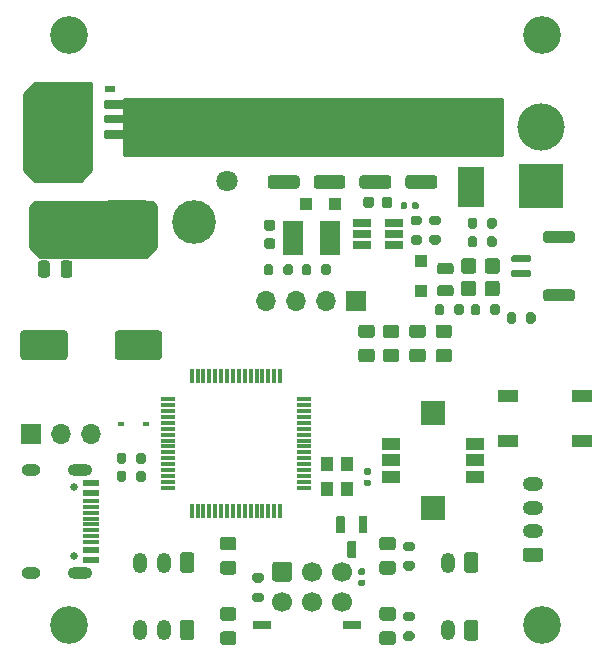
<source format=gbr>
G04 #@! TF.GenerationSoftware,KiCad,Pcbnew,5.1.9-73d0e3b20d~88~ubuntu20.04.1*
G04 #@! TF.CreationDate,2021-04-08T00:26:52+08:00*
G04 #@! TF.ProjectId,AbsoluteEncoderBoard,4162736f-6c75-4746-9545-6e636f646572,rev?*
G04 #@! TF.SameCoordinates,Original*
G04 #@! TF.FileFunction,Soldermask,Top*
G04 #@! TF.FilePolarity,Negative*
%FSLAX46Y46*%
G04 Gerber Fmt 4.6, Leading zero omitted, Abs format (unit mm)*
G04 Created by KiCad (PCBNEW 5.1.9-73d0e3b20d~88~ubuntu20.04.1) date 2021-04-08 00:26:52*
%MOMM*%
%LPD*%
G01*
G04 APERTURE LIST*
%ADD10C,3.200000*%
%ADD11R,1.600000X0.760000*%
%ADD12C,4.000000*%
%ADD13R,3.800000X3.800000*%
%ADD14C,1.700000*%
%ADD15R,0.600000X0.450000*%
%ADD16R,1.000000X1.000000*%
%ADD17R,1.560000X0.650000*%
%ADD18R,1.800000X2.900000*%
%ADD19R,2.300000X3.500000*%
%ADD20R,1.100000X1.300000*%
%ADD21R,0.300000X1.200000*%
%ADD22R,1.200000X0.300000*%
%ADD23R,1.500000X1.000000*%
%ADD24R,2.000000X2.000000*%
%ADD25R,1.700000X1.000000*%
%ADD26C,0.100000*%
%ADD27R,0.850000X0.500000*%
%ADD28O,1.200000X1.750000*%
%ADD29O,1.700000X1.700000*%
%ADD30R,1.700000X1.700000*%
%ADD31C,1.800000*%
%ADD32C,3.700000*%
%ADD33R,1.450000X0.600000*%
%ADD34R,1.450000X0.300000*%
%ADD35O,2.100000X1.000000*%
%ADD36C,0.650000*%
%ADD37O,1.600000X1.000000*%
%ADD38O,1.750000X1.200000*%
%ADD39C,0.254000*%
G04 APERTURE END LIST*
D10*
X170000000Y-90000000D03*
X130000000Y-90000000D03*
X170000000Y-40000000D03*
X130000000Y-40000000D03*
D11*
X146340000Y-90000000D03*
X153960000Y-90000000D03*
D12*
X169926000Y-47832000D03*
D13*
X169926000Y-52832000D03*
G36*
G01*
X147415240Y-84624600D02*
X148615240Y-84624600D01*
G75*
G02*
X148865240Y-84874600I0J-250000D01*
G01*
X148865240Y-86074600D01*
G75*
G02*
X148615240Y-86324600I-250000J0D01*
G01*
X147415240Y-86324600D01*
G75*
G02*
X147165240Y-86074600I0J250000D01*
G01*
X147165240Y-84874600D01*
G75*
G02*
X147415240Y-84624600I250000J0D01*
G01*
G37*
D14*
X150555240Y-85474600D03*
X153095240Y-85474600D03*
X148015240Y-88014600D03*
X150555240Y-88014600D03*
X153095240Y-88014600D03*
D15*
X134400000Y-73000000D03*
X136500000Y-73000000D03*
G36*
G01*
X155395000Y-77275000D02*
X155055000Y-77275000D01*
G75*
G02*
X154915000Y-77135000I0J140000D01*
G01*
X154915000Y-76855000D01*
G75*
G02*
X155055000Y-76715000I140000J0D01*
G01*
X155395000Y-76715000D01*
G75*
G02*
X155535000Y-76855000I0J-140000D01*
G01*
X155535000Y-77135000D01*
G75*
G02*
X155395000Y-77275000I-140000J0D01*
G01*
G37*
G36*
G01*
X155395000Y-78235000D02*
X155055000Y-78235000D01*
G75*
G02*
X154915000Y-78095000I0J140000D01*
G01*
X154915000Y-77815000D01*
G75*
G02*
X155055000Y-77675000I140000J0D01*
G01*
X155395000Y-77675000D01*
G75*
G02*
X155535000Y-77815000I0J-140000D01*
G01*
X155535000Y-78095000D01*
G75*
G02*
X155395000Y-78235000I-140000J0D01*
G01*
G37*
G36*
G01*
X159000000Y-54645000D02*
X159000000Y-54305000D01*
G75*
G02*
X159140000Y-54165000I140000J0D01*
G01*
X159420000Y-54165000D01*
G75*
G02*
X159560000Y-54305000I0J-140000D01*
G01*
X159560000Y-54645000D01*
G75*
G02*
X159420000Y-54785000I-140000J0D01*
G01*
X159140000Y-54785000D01*
G75*
G02*
X159000000Y-54645000I0J140000D01*
G01*
G37*
G36*
G01*
X158040000Y-54645000D02*
X158040000Y-54305000D01*
G75*
G02*
X158180000Y-54165000I140000J0D01*
G01*
X158460000Y-54165000D01*
G75*
G02*
X158600000Y-54305000I0J-140000D01*
G01*
X158600000Y-54645000D01*
G75*
G02*
X158460000Y-54785000I-140000J0D01*
G01*
X158180000Y-54785000D01*
G75*
G02*
X158040000Y-54645000I0J140000D01*
G01*
G37*
G36*
G01*
X154580000Y-86150000D02*
X154920000Y-86150000D01*
G75*
G02*
X155060000Y-86290000I0J-140000D01*
G01*
X155060000Y-86570000D01*
G75*
G02*
X154920000Y-86710000I-140000J0D01*
G01*
X154580000Y-86710000D01*
G75*
G02*
X154440000Y-86570000I0J140000D01*
G01*
X154440000Y-86290000D01*
G75*
G02*
X154580000Y-86150000I140000J0D01*
G01*
G37*
G36*
G01*
X154580000Y-85190000D02*
X154920000Y-85190000D01*
G75*
G02*
X155060000Y-85330000I0J-140000D01*
G01*
X155060000Y-85610000D01*
G75*
G02*
X154920000Y-85750000I-140000J0D01*
G01*
X154580000Y-85750000D01*
G75*
G02*
X154440000Y-85610000I0J140000D01*
G01*
X154440000Y-85330000D01*
G75*
G02*
X154580000Y-85190000I140000J0D01*
G01*
G37*
D16*
X159800000Y-59200000D03*
X159800000Y-61700000D03*
X150000000Y-54350000D03*
X152500000Y-54350000D03*
G36*
G01*
X172550000Y-57625000D02*
X170350000Y-57625000D01*
G75*
G02*
X170100000Y-57375000I0J250000D01*
G01*
X170100000Y-56875000D01*
G75*
G02*
X170350000Y-56625000I250000J0D01*
G01*
X172550000Y-56625000D01*
G75*
G02*
X172800000Y-56875000I0J-250000D01*
G01*
X172800000Y-57375000D01*
G75*
G02*
X172550000Y-57625000I-250000J0D01*
G01*
G37*
G36*
G01*
X172550000Y-62575000D02*
X170350000Y-62575000D01*
G75*
G02*
X170100000Y-62325000I0J250000D01*
G01*
X170100000Y-61825000D01*
G75*
G02*
X170350000Y-61575000I250000J0D01*
G01*
X172550000Y-61575000D01*
G75*
G02*
X172800000Y-61825000I0J-250000D01*
G01*
X172800000Y-62325000D01*
G75*
G02*
X172550000Y-62575000I-250000J0D01*
G01*
G37*
G36*
G01*
X168950000Y-59275000D02*
X167550000Y-59275000D01*
G75*
G02*
X167400000Y-59125000I0J150000D01*
G01*
X167400000Y-58825000D01*
G75*
G02*
X167550000Y-58675000I150000J0D01*
G01*
X168950000Y-58675000D01*
G75*
G02*
X169100000Y-58825000I0J-150000D01*
G01*
X169100000Y-59125000D01*
G75*
G02*
X168950000Y-59275000I-150000J0D01*
G01*
G37*
G36*
G01*
X168950000Y-60525000D02*
X167550000Y-60525000D01*
G75*
G02*
X167400000Y-60375000I0J150000D01*
G01*
X167400000Y-60075000D01*
G75*
G02*
X167550000Y-59925000I150000J0D01*
G01*
X168950000Y-59925000D01*
G75*
G02*
X169100000Y-60075000I0J-150000D01*
G01*
X169100000Y-60375000D01*
G75*
G02*
X168950000Y-60525000I-150000J0D01*
G01*
G37*
G36*
G01*
X164775000Y-63025000D02*
X164775000Y-63575000D01*
G75*
G02*
X164575000Y-63775000I-200000J0D01*
G01*
X164175000Y-63775000D01*
G75*
G02*
X163975000Y-63575000I0J200000D01*
G01*
X163975000Y-63025000D01*
G75*
G02*
X164175000Y-62825000I200000J0D01*
G01*
X164575000Y-62825000D01*
G75*
G02*
X164775000Y-63025000I0J-200000D01*
G01*
G37*
G36*
G01*
X166425000Y-63025000D02*
X166425000Y-63575000D01*
G75*
G02*
X166225000Y-63775000I-200000J0D01*
G01*
X165825000Y-63775000D01*
G75*
G02*
X165625000Y-63575000I0J200000D01*
G01*
X165625000Y-63025000D01*
G75*
G02*
X165825000Y-62825000I200000J0D01*
G01*
X166225000Y-62825000D01*
G75*
G02*
X166425000Y-63025000I0J-200000D01*
G01*
G37*
G36*
G01*
X166200001Y-60250000D02*
X165399999Y-60250000D01*
G75*
G02*
X165150000Y-60000001I0J249999D01*
G01*
X165150000Y-59174999D01*
G75*
G02*
X165399999Y-58925000I249999J0D01*
G01*
X166200001Y-58925000D01*
G75*
G02*
X166450000Y-59174999I0J-249999D01*
G01*
X166450000Y-60000001D01*
G75*
G02*
X166200001Y-60250000I-249999J0D01*
G01*
G37*
G36*
G01*
X166200001Y-62175000D02*
X165399999Y-62175000D01*
G75*
G02*
X165150000Y-61925001I0J249999D01*
G01*
X165150000Y-61099999D01*
G75*
G02*
X165399999Y-60850000I249999J0D01*
G01*
X166200001Y-60850000D01*
G75*
G02*
X166450000Y-61099999I0J-249999D01*
G01*
X166450000Y-61925001D01*
G75*
G02*
X166200001Y-62175000I-249999J0D01*
G01*
G37*
G36*
G01*
X162575000Y-63575000D02*
X162575000Y-63025000D01*
G75*
G02*
X162775000Y-62825000I200000J0D01*
G01*
X163175000Y-62825000D01*
G75*
G02*
X163375000Y-63025000I0J-200000D01*
G01*
X163375000Y-63575000D01*
G75*
G02*
X163175000Y-63775000I-200000J0D01*
G01*
X162775000Y-63775000D01*
G75*
G02*
X162575000Y-63575000I0J200000D01*
G01*
G37*
G36*
G01*
X160925000Y-63575000D02*
X160925000Y-63025000D01*
G75*
G02*
X161125000Y-62825000I200000J0D01*
G01*
X161525000Y-62825000D01*
G75*
G02*
X161725000Y-63025000I0J-200000D01*
G01*
X161725000Y-63575000D01*
G75*
G02*
X161525000Y-63775000I-200000J0D01*
G01*
X161125000Y-63775000D01*
G75*
G02*
X160925000Y-63575000I0J200000D01*
G01*
G37*
G36*
G01*
X164200001Y-60250000D02*
X163399999Y-60250000D01*
G75*
G02*
X163150000Y-60000001I0J249999D01*
G01*
X163150000Y-59174999D01*
G75*
G02*
X163399999Y-58925000I249999J0D01*
G01*
X164200001Y-58925000D01*
G75*
G02*
X164450000Y-59174999I0J-249999D01*
G01*
X164450000Y-60000001D01*
G75*
G02*
X164200001Y-60250000I-249999J0D01*
G01*
G37*
G36*
G01*
X164200001Y-62175000D02*
X163399999Y-62175000D01*
G75*
G02*
X163150000Y-61925001I0J249999D01*
G01*
X163150000Y-61099999D01*
G75*
G02*
X163399999Y-60850000I249999J0D01*
G01*
X164200001Y-60850000D01*
G75*
G02*
X164450000Y-61099999I0J-249999D01*
G01*
X164450000Y-61925001D01*
G75*
G02*
X164200001Y-62175000I-249999J0D01*
G01*
G37*
G36*
G01*
X133850000Y-67300000D02*
X133850000Y-65300000D01*
G75*
G02*
X134100000Y-65050000I250000J0D01*
G01*
X137600000Y-65050000D01*
G75*
G02*
X137850000Y-65300000I0J-250000D01*
G01*
X137850000Y-67300000D01*
G75*
G02*
X137600000Y-67550000I-250000J0D01*
G01*
X134100000Y-67550000D01*
G75*
G02*
X133850000Y-67300000I0J250000D01*
G01*
G37*
G36*
G01*
X125850000Y-67300000D02*
X125850000Y-65300000D01*
G75*
G02*
X126100000Y-65050000I250000J0D01*
G01*
X129600000Y-65050000D01*
G75*
G02*
X129850000Y-65300000I0J-250000D01*
G01*
X129850000Y-67300000D01*
G75*
G02*
X129600000Y-67550000I-250000J0D01*
G01*
X126100000Y-67550000D01*
G75*
G02*
X125850000Y-67300000I0J250000D01*
G01*
G37*
D17*
X154765840Y-56865480D03*
X154765840Y-57815480D03*
X154765840Y-55915480D03*
X157465840Y-55915480D03*
X157465840Y-56865480D03*
X157465840Y-57815480D03*
G36*
G01*
X159649660Y-56130600D02*
X159099660Y-56130600D01*
G75*
G02*
X158899660Y-55930600I0J200000D01*
G01*
X158899660Y-55530600D01*
G75*
G02*
X159099660Y-55330600I200000J0D01*
G01*
X159649660Y-55330600D01*
G75*
G02*
X159849660Y-55530600I0J-200000D01*
G01*
X159849660Y-55930600D01*
G75*
G02*
X159649660Y-56130600I-200000J0D01*
G01*
G37*
G36*
G01*
X159649660Y-57780600D02*
X159099660Y-57780600D01*
G75*
G02*
X158899660Y-57580600I0J200000D01*
G01*
X158899660Y-57180600D01*
G75*
G02*
X159099660Y-56980600I200000J0D01*
G01*
X159649660Y-56980600D01*
G75*
G02*
X159849660Y-57180600I0J-200000D01*
G01*
X159849660Y-57580600D01*
G75*
G02*
X159649660Y-57780600I-200000J0D01*
G01*
G37*
G36*
G01*
X160675000Y-56975000D02*
X161225000Y-56975000D01*
G75*
G02*
X161425000Y-57175000I0J-200000D01*
G01*
X161425000Y-57575000D01*
G75*
G02*
X161225000Y-57775000I-200000J0D01*
G01*
X160675000Y-57775000D01*
G75*
G02*
X160475000Y-57575000I0J200000D01*
G01*
X160475000Y-57175000D01*
G75*
G02*
X160675000Y-56975000I200000J0D01*
G01*
G37*
G36*
G01*
X160675000Y-55325000D02*
X161225000Y-55325000D01*
G75*
G02*
X161425000Y-55525000I0J-200000D01*
G01*
X161425000Y-55925000D01*
G75*
G02*
X161225000Y-56125000I-200000J0D01*
G01*
X160675000Y-56125000D01*
G75*
G02*
X160475000Y-55925000I0J200000D01*
G01*
X160475000Y-55525000D01*
G75*
G02*
X160675000Y-55325000I200000J0D01*
G01*
G37*
G36*
G01*
X165365800Y-57819600D02*
X165365800Y-57269600D01*
G75*
G02*
X165565800Y-57069600I200000J0D01*
G01*
X165965800Y-57069600D01*
G75*
G02*
X166165800Y-57269600I0J-200000D01*
G01*
X166165800Y-57819600D01*
G75*
G02*
X165965800Y-58019600I-200000J0D01*
G01*
X165565800Y-58019600D01*
G75*
G02*
X165365800Y-57819600I0J200000D01*
G01*
G37*
G36*
G01*
X163715800Y-57819600D02*
X163715800Y-57269600D01*
G75*
G02*
X163915800Y-57069600I200000J0D01*
G01*
X164315800Y-57069600D01*
G75*
G02*
X164515800Y-57269600I0J-200000D01*
G01*
X164515800Y-57819600D01*
G75*
G02*
X164315800Y-58019600I-200000J0D01*
G01*
X163915800Y-58019600D01*
G75*
G02*
X163715800Y-57819600I0J200000D01*
G01*
G37*
G36*
G01*
X165365800Y-56244800D02*
X165365800Y-55694800D01*
G75*
G02*
X165565800Y-55494800I200000J0D01*
G01*
X165965800Y-55494800D01*
G75*
G02*
X166165800Y-55694800I0J-200000D01*
G01*
X166165800Y-56244800D01*
G75*
G02*
X165965800Y-56444800I-200000J0D01*
G01*
X165565800Y-56444800D01*
G75*
G02*
X165365800Y-56244800I0J200000D01*
G01*
G37*
G36*
G01*
X163715800Y-56244800D02*
X163715800Y-55694800D01*
G75*
G02*
X163915800Y-55494800I200000J0D01*
G01*
X164315800Y-55494800D01*
G75*
G02*
X164515800Y-55694800I0J-200000D01*
G01*
X164515800Y-56244800D01*
G75*
G02*
X164315800Y-56444800I-200000J0D01*
G01*
X163915800Y-56444800D01*
G75*
G02*
X163715800Y-56244800I0J200000D01*
G01*
G37*
D18*
X148904700Y-57239860D03*
X152104700Y-57239860D03*
D19*
X164000000Y-52900000D03*
X164000000Y-47500000D03*
G36*
G01*
X146703780Y-57247360D02*
X147203780Y-57247360D01*
G75*
G02*
X147428780Y-57472360I0J-225000D01*
G01*
X147428780Y-57922360D01*
G75*
G02*
X147203780Y-58147360I-225000J0D01*
G01*
X146703780Y-58147360D01*
G75*
G02*
X146478780Y-57922360I0J225000D01*
G01*
X146478780Y-57472360D01*
G75*
G02*
X146703780Y-57247360I225000J0D01*
G01*
G37*
G36*
G01*
X146703780Y-55697360D02*
X147203780Y-55697360D01*
G75*
G02*
X147428780Y-55922360I0J-225000D01*
G01*
X147428780Y-56372360D01*
G75*
G02*
X147203780Y-56597360I-225000J0D01*
G01*
X146703780Y-56597360D01*
G75*
G02*
X146478780Y-56372360I0J225000D01*
G01*
X146478780Y-55922360D01*
G75*
G02*
X146703780Y-55697360I225000J0D01*
G01*
G37*
G36*
G01*
X156440840Y-54456100D02*
X156440840Y-53956100D01*
G75*
G02*
X156665840Y-53731100I225000J0D01*
G01*
X157115840Y-53731100D01*
G75*
G02*
X157340840Y-53956100I0J-225000D01*
G01*
X157340840Y-54456100D01*
G75*
G02*
X157115840Y-54681100I-225000J0D01*
G01*
X156665840Y-54681100D01*
G75*
G02*
X156440840Y-54456100I0J225000D01*
G01*
G37*
G36*
G01*
X154890840Y-54456100D02*
X154890840Y-53956100D01*
G75*
G02*
X155115840Y-53731100I225000J0D01*
G01*
X155565840Y-53731100D01*
G75*
G02*
X155790840Y-53956100I0J-225000D01*
G01*
X155790840Y-54456100D01*
G75*
G02*
X155565840Y-54681100I-225000J0D01*
G01*
X155115840Y-54681100D01*
G75*
G02*
X154890840Y-54456100I0J225000D01*
G01*
G37*
G36*
G01*
X158699999Y-51900000D02*
X160900001Y-51900000D01*
G75*
G02*
X161150000Y-52149999I0J-249999D01*
G01*
X161150000Y-52800001D01*
G75*
G02*
X160900001Y-53050000I-249999J0D01*
G01*
X158699999Y-53050000D01*
G75*
G02*
X158450000Y-52800001I0J249999D01*
G01*
X158450000Y-52149999D01*
G75*
G02*
X158699999Y-51900000I249999J0D01*
G01*
G37*
G36*
G01*
X158699999Y-48950000D02*
X160900001Y-48950000D01*
G75*
G02*
X161150000Y-49199999I0J-249999D01*
G01*
X161150000Y-49850001D01*
G75*
G02*
X160900001Y-50100000I-249999J0D01*
G01*
X158699999Y-50100000D01*
G75*
G02*
X158450000Y-49850001I0J249999D01*
G01*
X158450000Y-49199999D01*
G75*
G02*
X158699999Y-48950000I249999J0D01*
G01*
G37*
G36*
G01*
X154812499Y-51900000D02*
X157012501Y-51900000D01*
G75*
G02*
X157262500Y-52149999I0J-249999D01*
G01*
X157262500Y-52800001D01*
G75*
G02*
X157012501Y-53050000I-249999J0D01*
G01*
X154812499Y-53050000D01*
G75*
G02*
X154562500Y-52800001I0J249999D01*
G01*
X154562500Y-52149999D01*
G75*
G02*
X154812499Y-51900000I249999J0D01*
G01*
G37*
G36*
G01*
X154812499Y-48950000D02*
X157012501Y-48950000D01*
G75*
G02*
X157262500Y-49199999I0J-249999D01*
G01*
X157262500Y-49850001D01*
G75*
G02*
X157012501Y-50100000I-249999J0D01*
G01*
X154812499Y-50100000D01*
G75*
G02*
X154562500Y-49850001I0J249999D01*
G01*
X154562500Y-49199999D01*
G75*
G02*
X154812499Y-48950000I249999J0D01*
G01*
G37*
G36*
G01*
X150924999Y-51900000D02*
X153125001Y-51900000D01*
G75*
G02*
X153375000Y-52149999I0J-249999D01*
G01*
X153375000Y-52800001D01*
G75*
G02*
X153125001Y-53050000I-249999J0D01*
G01*
X150924999Y-53050000D01*
G75*
G02*
X150675000Y-52800001I0J249999D01*
G01*
X150675000Y-52149999D01*
G75*
G02*
X150924999Y-51900000I249999J0D01*
G01*
G37*
G36*
G01*
X150924999Y-48950000D02*
X153125001Y-48950000D01*
G75*
G02*
X153375000Y-49199999I0J-249999D01*
G01*
X153375000Y-49850001D01*
G75*
G02*
X153125001Y-50100000I-249999J0D01*
G01*
X150924999Y-50100000D01*
G75*
G02*
X150675000Y-49850001I0J249999D01*
G01*
X150675000Y-49199999D01*
G75*
G02*
X150924999Y-48950000I249999J0D01*
G01*
G37*
D20*
X151825000Y-78475000D03*
X151825000Y-76375000D03*
X153475000Y-76375000D03*
X153475000Y-78475000D03*
D21*
X147850000Y-80375000D03*
X147350000Y-80375000D03*
X146850000Y-80375000D03*
X146350000Y-80375000D03*
X145850000Y-80375000D03*
X145350000Y-80375000D03*
X144850000Y-80375000D03*
X144350000Y-80375000D03*
X143850000Y-80375000D03*
X143350000Y-80375000D03*
X142850000Y-80375000D03*
X142350000Y-80375000D03*
X141850000Y-80375000D03*
X141350000Y-80375000D03*
X140850000Y-80375000D03*
X140350000Y-80375000D03*
D22*
X138350000Y-78375000D03*
X138350000Y-77875000D03*
X138350000Y-77375000D03*
X138350000Y-76875000D03*
X138350000Y-76375000D03*
X138350000Y-75875000D03*
X138350000Y-75375000D03*
X138350000Y-74875000D03*
X138350000Y-74375000D03*
X138350000Y-73875000D03*
X138350000Y-73375000D03*
X138350000Y-72875000D03*
X138350000Y-72375000D03*
X138350000Y-71875000D03*
X138350000Y-71375000D03*
X138350000Y-70875000D03*
D21*
X140350000Y-68875000D03*
X140850000Y-68875000D03*
X141350000Y-68875000D03*
X141850000Y-68875000D03*
X142350000Y-68875000D03*
X142850000Y-68875000D03*
X143350000Y-68875000D03*
X143850000Y-68875000D03*
X144350000Y-68875000D03*
X144850000Y-68875000D03*
X145350000Y-68875000D03*
X145850000Y-68875000D03*
X146350000Y-68875000D03*
X146850000Y-68875000D03*
X147350000Y-68875000D03*
D22*
X149850000Y-70875000D03*
X149850000Y-71375000D03*
X149850000Y-71875000D03*
X149850000Y-72375000D03*
X149850000Y-72875000D03*
X149850000Y-73375000D03*
X149850000Y-73875000D03*
X149850000Y-74375000D03*
X149850000Y-74875000D03*
X149850000Y-75375000D03*
X149850000Y-75875000D03*
X149850000Y-76375000D03*
X149850000Y-76875000D03*
X149850000Y-77375000D03*
X149850000Y-77875000D03*
X149850000Y-78375000D03*
D21*
X147850000Y-68875000D03*
D23*
X164375000Y-74625000D03*
X164375000Y-77475000D03*
X157225000Y-77475000D03*
X157225000Y-74625000D03*
X164375000Y-76050000D03*
X157225000Y-76050000D03*
D24*
X160800000Y-80100000D03*
X160800000Y-72000000D03*
D25*
X167110000Y-70590000D03*
X173410000Y-70590000D03*
X167110000Y-74390000D03*
X173410000Y-74390000D03*
G36*
G01*
X159025000Y-89677500D02*
X158475000Y-89677500D01*
G75*
G02*
X158275000Y-89477500I0J200000D01*
G01*
X158275000Y-89077500D01*
G75*
G02*
X158475000Y-88877500I200000J0D01*
G01*
X159025000Y-88877500D01*
G75*
G02*
X159225000Y-89077500I0J-200000D01*
G01*
X159225000Y-89477500D01*
G75*
G02*
X159025000Y-89677500I-200000J0D01*
G01*
G37*
G36*
G01*
X159025000Y-91327500D02*
X158475000Y-91327500D01*
G75*
G02*
X158275000Y-91127500I0J200000D01*
G01*
X158275000Y-90727500D01*
G75*
G02*
X158475000Y-90527500I200000J0D01*
G01*
X159025000Y-90527500D01*
G75*
G02*
X159225000Y-90727500I0J-200000D01*
G01*
X159225000Y-91127500D01*
G75*
G02*
X159025000Y-91327500I-200000J0D01*
G01*
G37*
G36*
G01*
X159025000Y-83725000D02*
X158475000Y-83725000D01*
G75*
G02*
X158275000Y-83525000I0J200000D01*
G01*
X158275000Y-83125000D01*
G75*
G02*
X158475000Y-82925000I200000J0D01*
G01*
X159025000Y-82925000D01*
G75*
G02*
X159225000Y-83125000I0J-200000D01*
G01*
X159225000Y-83525000D01*
G75*
G02*
X159025000Y-83725000I-200000J0D01*
G01*
G37*
G36*
G01*
X159025000Y-85375000D02*
X158475000Y-85375000D01*
G75*
G02*
X158275000Y-85175000I0J200000D01*
G01*
X158275000Y-84775000D01*
G75*
G02*
X158475000Y-84575000I200000J0D01*
G01*
X159025000Y-84575000D01*
G75*
G02*
X159225000Y-84775000I0J-200000D01*
G01*
X159225000Y-85175000D01*
G75*
G02*
X159025000Y-85375000I-200000J0D01*
G01*
G37*
G36*
G01*
X148125000Y-60195000D02*
X148125000Y-59645000D01*
G75*
G02*
X148325000Y-59445000I200000J0D01*
G01*
X148725000Y-59445000D01*
G75*
G02*
X148925000Y-59645000I0J-200000D01*
G01*
X148925000Y-60195000D01*
G75*
G02*
X148725000Y-60395000I-200000J0D01*
G01*
X148325000Y-60395000D01*
G75*
G02*
X148125000Y-60195000I0J200000D01*
G01*
G37*
G36*
G01*
X146475000Y-60195000D02*
X146475000Y-59645000D01*
G75*
G02*
X146675000Y-59445000I200000J0D01*
G01*
X147075000Y-59445000D01*
G75*
G02*
X147275000Y-59645000I0J-200000D01*
G01*
X147275000Y-60195000D01*
G75*
G02*
X147075000Y-60395000I-200000J0D01*
G01*
X146675000Y-60395000D01*
G75*
G02*
X146475000Y-60195000I0J200000D01*
G01*
G37*
G36*
G01*
X150475000Y-59645000D02*
X150475000Y-60195000D01*
G75*
G02*
X150275000Y-60395000I-200000J0D01*
G01*
X149875000Y-60395000D01*
G75*
G02*
X149675000Y-60195000I0J200000D01*
G01*
X149675000Y-59645000D01*
G75*
G02*
X149875000Y-59445000I200000J0D01*
G01*
X150275000Y-59445000D01*
G75*
G02*
X150475000Y-59645000I0J-200000D01*
G01*
G37*
G36*
G01*
X152125000Y-59645000D02*
X152125000Y-60195000D01*
G75*
G02*
X151925000Y-60395000I-200000J0D01*
G01*
X151525000Y-60395000D01*
G75*
G02*
X151325000Y-60195000I0J200000D01*
G01*
X151325000Y-59645000D01*
G75*
G02*
X151525000Y-59445000I200000J0D01*
G01*
X151925000Y-59445000D01*
G75*
G02*
X152125000Y-59645000I0J-200000D01*
G01*
G37*
G36*
G01*
X134825000Y-77125000D02*
X134825000Y-77675000D01*
G75*
G02*
X134625000Y-77875000I-200000J0D01*
G01*
X134225000Y-77875000D01*
G75*
G02*
X134025000Y-77675000I0J200000D01*
G01*
X134025000Y-77125000D01*
G75*
G02*
X134225000Y-76925000I200000J0D01*
G01*
X134625000Y-76925000D01*
G75*
G02*
X134825000Y-77125000I0J-200000D01*
G01*
G37*
G36*
G01*
X136475000Y-77125000D02*
X136475000Y-77675000D01*
G75*
G02*
X136275000Y-77875000I-200000J0D01*
G01*
X135875000Y-77875000D01*
G75*
G02*
X135675000Y-77675000I0J200000D01*
G01*
X135675000Y-77125000D01*
G75*
G02*
X135875000Y-76925000I200000J0D01*
G01*
X136275000Y-76925000D01*
G75*
G02*
X136475000Y-77125000I0J-200000D01*
G01*
G37*
G36*
G01*
X134825000Y-75600000D02*
X134825000Y-76150000D01*
G75*
G02*
X134625000Y-76350000I-200000J0D01*
G01*
X134225000Y-76350000D01*
G75*
G02*
X134025000Y-76150000I0J200000D01*
G01*
X134025000Y-75600000D01*
G75*
G02*
X134225000Y-75400000I200000J0D01*
G01*
X134625000Y-75400000D01*
G75*
G02*
X134825000Y-75600000I0J-200000D01*
G01*
G37*
G36*
G01*
X136475000Y-75600000D02*
X136475000Y-76150000D01*
G75*
G02*
X136275000Y-76350000I-200000J0D01*
G01*
X135875000Y-76350000D01*
G75*
G02*
X135675000Y-76150000I0J200000D01*
G01*
X135675000Y-75600000D01*
G75*
G02*
X135875000Y-75400000I200000J0D01*
G01*
X136275000Y-75400000D01*
G75*
G02*
X136475000Y-75600000I0J-200000D01*
G01*
G37*
G36*
G01*
X167825000Y-63725000D02*
X167825000Y-64275000D01*
G75*
G02*
X167625000Y-64475000I-200000J0D01*
G01*
X167225000Y-64475000D01*
G75*
G02*
X167025000Y-64275000I0J200000D01*
G01*
X167025000Y-63725000D01*
G75*
G02*
X167225000Y-63525000I200000J0D01*
G01*
X167625000Y-63525000D01*
G75*
G02*
X167825000Y-63725000I0J-200000D01*
G01*
G37*
G36*
G01*
X169475000Y-63725000D02*
X169475000Y-64275000D01*
G75*
G02*
X169275000Y-64475000I-200000J0D01*
G01*
X168875000Y-64475000D01*
G75*
G02*
X168675000Y-64275000I0J200000D01*
G01*
X168675000Y-63725000D01*
G75*
G02*
X168875000Y-63525000I200000J0D01*
G01*
X169275000Y-63525000D01*
G75*
G02*
X169475000Y-63725000I0J-200000D01*
G01*
G37*
G36*
G01*
X145700000Y-87250000D02*
X146250000Y-87250000D01*
G75*
G02*
X146450000Y-87450000I0J-200000D01*
G01*
X146450000Y-87850000D01*
G75*
G02*
X146250000Y-88050000I-200000J0D01*
G01*
X145700000Y-88050000D01*
G75*
G02*
X145500000Y-87850000I0J200000D01*
G01*
X145500000Y-87450000D01*
G75*
G02*
X145700000Y-87250000I200000J0D01*
G01*
G37*
G36*
G01*
X145700000Y-85600000D02*
X146250000Y-85600000D01*
G75*
G02*
X146450000Y-85800000I0J-200000D01*
G01*
X146450000Y-86200000D01*
G75*
G02*
X146250000Y-86400000I-200000J0D01*
G01*
X145700000Y-86400000D01*
G75*
G02*
X145500000Y-86200000I0J200000D01*
G01*
X145500000Y-85800000D01*
G75*
G02*
X145700000Y-85600000I200000J0D01*
G01*
G37*
G36*
G01*
X130279201Y-51142400D02*
X127429199Y-51142400D01*
G75*
G02*
X127179200Y-50892401I0J249999D01*
G01*
X127179200Y-50167399D01*
G75*
G02*
X127429199Y-49917400I249999J0D01*
G01*
X130279201Y-49917400D01*
G75*
G02*
X130529200Y-50167399I0J-249999D01*
G01*
X130529200Y-50892401D01*
G75*
G02*
X130279201Y-51142400I-249999J0D01*
G01*
G37*
G36*
G01*
X130279201Y-57067400D02*
X127429199Y-57067400D01*
G75*
G02*
X127179200Y-56817401I0J249999D01*
G01*
X127179200Y-56092399D01*
G75*
G02*
X127429199Y-55842400I249999J0D01*
G01*
X130279201Y-55842400D01*
G75*
G02*
X130529200Y-56092399I0J-249999D01*
G01*
X130529200Y-56817401D01*
G75*
G02*
X130279201Y-57067400I-249999J0D01*
G01*
G37*
D26*
G36*
X127175000Y-48105000D02*
G01*
X127975000Y-48105000D01*
X127975000Y-47435000D01*
X127175000Y-47435000D01*
X127175000Y-46835000D01*
X127975000Y-46835000D01*
X127975000Y-46165000D01*
X127175000Y-46165000D01*
X127175000Y-45565000D01*
X127975000Y-45565000D01*
X127975000Y-44895000D01*
X127175000Y-44895000D01*
X127175000Y-44295000D01*
X131725000Y-44295000D01*
X131725000Y-48705000D01*
X127175000Y-48705000D01*
X127175000Y-48105000D01*
G37*
D27*
X133400000Y-44595000D03*
X133400000Y-45865000D03*
X133400000Y-47135000D03*
X133400000Y-48405000D03*
D28*
X162025000Y-90437400D03*
G36*
G01*
X164625000Y-89812399D02*
X164625000Y-91062401D01*
G75*
G02*
X164375001Y-91312400I-249999J0D01*
G01*
X163674999Y-91312400D01*
G75*
G02*
X163425000Y-91062401I0J249999D01*
G01*
X163425000Y-89812399D01*
G75*
G02*
X163674999Y-89562400I249999J0D01*
G01*
X164375001Y-89562400D01*
G75*
G02*
X164625000Y-89812399I0J-249999D01*
G01*
G37*
X162025000Y-84700000D03*
G36*
G01*
X164625000Y-84074999D02*
X164625000Y-85325001D01*
G75*
G02*
X164375001Y-85575000I-249999J0D01*
G01*
X163674999Y-85575000D01*
G75*
G02*
X163425000Y-85325001I0J249999D01*
G01*
X163425000Y-84074999D01*
G75*
G02*
X163674999Y-83825000I249999J0D01*
G01*
X164375001Y-83825000D01*
G75*
G02*
X164625000Y-84074999I0J-249999D01*
G01*
G37*
X135975000Y-90400000D03*
X137975000Y-90400000D03*
G36*
G01*
X140575000Y-89774999D02*
X140575000Y-91025001D01*
G75*
G02*
X140325001Y-91275000I-249999J0D01*
G01*
X139624999Y-91275000D01*
G75*
G02*
X139375000Y-91025001I0J249999D01*
G01*
X139375000Y-89774999D01*
G75*
G02*
X139624999Y-89525000I249999J0D01*
G01*
X140325001Y-89525000D01*
G75*
G02*
X140575000Y-89774999I0J-249999D01*
G01*
G37*
X135975000Y-84700000D03*
X137975000Y-84700000D03*
G36*
G01*
X140575000Y-84074999D02*
X140575000Y-85325001D01*
G75*
G02*
X140325001Y-85575000I-249999J0D01*
G01*
X139624999Y-85575000D01*
G75*
G02*
X139375000Y-85325001I0J249999D01*
G01*
X139375000Y-84074999D01*
G75*
G02*
X139624999Y-83825000I249999J0D01*
G01*
X140325001Y-83825000D01*
G75*
G02*
X140575000Y-84074999I0J-249999D01*
G01*
G37*
D29*
X131840000Y-73850000D03*
X129300000Y-73850000D03*
D30*
X126760000Y-73850000D03*
D31*
X143344000Y-52400000D03*
D32*
X140574000Y-55880000D03*
G36*
G01*
X136474000Y-57730000D02*
X133274000Y-57730000D01*
G75*
G02*
X133024000Y-57480000I0J250000D01*
G01*
X133024000Y-54280000D01*
G75*
G02*
X133274000Y-54030000I250000J0D01*
G01*
X136474000Y-54030000D01*
G75*
G02*
X136724000Y-54280000I0J-250000D01*
G01*
X136724000Y-57480000D01*
G75*
G02*
X136474000Y-57730000I-250000J0D01*
G01*
G37*
D33*
X131845000Y-84475000D03*
X131845000Y-83675000D03*
X131845000Y-78775000D03*
X131845000Y-77975000D03*
X131845000Y-77975000D03*
X131845000Y-78775000D03*
X131845000Y-83675000D03*
X131845000Y-84475000D03*
D34*
X131845000Y-79475000D03*
X131845000Y-79975000D03*
X131845000Y-80475000D03*
X131845000Y-81475000D03*
X131845000Y-81975000D03*
X131845000Y-82475000D03*
X131845000Y-82975000D03*
X131845000Y-80975000D03*
D35*
X130930000Y-85545000D03*
X130930000Y-76905000D03*
D36*
X130400000Y-78335000D03*
D37*
X126750000Y-76905000D03*
D36*
X130400000Y-84115000D03*
D37*
X126750000Y-85545000D03*
D38*
X169250000Y-78050000D03*
X169250000Y-80050000D03*
X169250000Y-82050000D03*
G36*
G01*
X169875001Y-84650000D02*
X168624999Y-84650000D01*
G75*
G02*
X168375000Y-84400001I0J249999D01*
G01*
X168375000Y-83699999D01*
G75*
G02*
X168624999Y-83450000I249999J0D01*
G01*
X169875001Y-83450000D01*
G75*
G02*
X170125000Y-83699999I0J-249999D01*
G01*
X170125000Y-84400001D01*
G75*
G02*
X169875001Y-84650000I-249999J0D01*
G01*
G37*
D29*
X146690000Y-62530000D03*
X149230000Y-62530000D03*
X151770000Y-62530000D03*
D30*
X154310000Y-62530000D03*
G36*
G01*
X161372050Y-61199140D02*
X162284550Y-61199140D01*
G75*
G02*
X162528300Y-61442890I0J-243750D01*
G01*
X162528300Y-61930390D01*
G75*
G02*
X162284550Y-62174140I-243750J0D01*
G01*
X161372050Y-62174140D01*
G75*
G02*
X161128300Y-61930390I0J243750D01*
G01*
X161128300Y-61442890D01*
G75*
G02*
X161372050Y-61199140I243750J0D01*
G01*
G37*
G36*
G01*
X161372050Y-59324140D02*
X162284550Y-59324140D01*
G75*
G02*
X162528300Y-59567890I0J-243750D01*
G01*
X162528300Y-60055390D01*
G75*
G02*
X162284550Y-60299140I-243750J0D01*
G01*
X161372050Y-60299140D01*
G75*
G02*
X161128300Y-60055390I0J243750D01*
G01*
X161128300Y-59567890D01*
G75*
G02*
X161372050Y-59324140I243750J0D01*
G01*
G37*
G36*
G01*
X157390001Y-89630000D02*
X156489999Y-89630000D01*
G75*
G02*
X156240000Y-89380001I0J249999D01*
G01*
X156240000Y-88729999D01*
G75*
G02*
X156489999Y-88480000I249999J0D01*
G01*
X157390001Y-88480000D01*
G75*
G02*
X157640000Y-88729999I0J-249999D01*
G01*
X157640000Y-89380001D01*
G75*
G02*
X157390001Y-89630000I-249999J0D01*
G01*
G37*
G36*
G01*
X157390001Y-91680000D02*
X156489999Y-91680000D01*
G75*
G02*
X156240000Y-91430001I0J249999D01*
G01*
X156240000Y-90779999D01*
G75*
G02*
X156489999Y-90530000I249999J0D01*
G01*
X157390001Y-90530000D01*
G75*
G02*
X157640000Y-90779999I0J-249999D01*
G01*
X157640000Y-91430001D01*
G75*
G02*
X157390001Y-91680000I-249999J0D01*
G01*
G37*
G36*
G01*
X157390001Y-83677500D02*
X156489999Y-83677500D01*
G75*
G02*
X156240000Y-83427501I0J249999D01*
G01*
X156240000Y-82777499D01*
G75*
G02*
X156489999Y-82527500I249999J0D01*
G01*
X157390001Y-82527500D01*
G75*
G02*
X157640000Y-82777499I0J-249999D01*
G01*
X157640000Y-83427501D01*
G75*
G02*
X157390001Y-83677500I-249999J0D01*
G01*
G37*
G36*
G01*
X157390001Y-85727500D02*
X156489999Y-85727500D01*
G75*
G02*
X156240000Y-85477501I0J249999D01*
G01*
X156240000Y-84827499D01*
G75*
G02*
X156489999Y-84577500I249999J0D01*
G01*
X157390001Y-84577500D01*
G75*
G02*
X157640000Y-84827499I0J-249999D01*
G01*
X157640000Y-85477501D01*
G75*
G02*
X157390001Y-85727500I-249999J0D01*
G01*
G37*
G36*
G01*
X143900001Y-89630000D02*
X142999999Y-89630000D01*
G75*
G02*
X142750000Y-89380001I0J249999D01*
G01*
X142750000Y-88729999D01*
G75*
G02*
X142999999Y-88480000I249999J0D01*
G01*
X143900001Y-88480000D01*
G75*
G02*
X144150000Y-88729999I0J-249999D01*
G01*
X144150000Y-89380001D01*
G75*
G02*
X143900001Y-89630000I-249999J0D01*
G01*
G37*
G36*
G01*
X143900001Y-91680000D02*
X142999999Y-91680000D01*
G75*
G02*
X142750000Y-91430001I0J249999D01*
G01*
X142750000Y-90779999D01*
G75*
G02*
X142999999Y-90530000I249999J0D01*
G01*
X143900001Y-90530000D01*
G75*
G02*
X144150000Y-90779999I0J-249999D01*
G01*
X144150000Y-91430001D01*
G75*
G02*
X143900001Y-91680000I-249999J0D01*
G01*
G37*
G36*
G01*
X143900001Y-83675000D02*
X142999999Y-83675000D01*
G75*
G02*
X142750000Y-83425001I0J249999D01*
G01*
X142750000Y-82774999D01*
G75*
G02*
X142999999Y-82525000I249999J0D01*
G01*
X143900001Y-82525000D01*
G75*
G02*
X144150000Y-82774999I0J-249999D01*
G01*
X144150000Y-83425001D01*
G75*
G02*
X143900001Y-83675000I-249999J0D01*
G01*
G37*
G36*
G01*
X143900001Y-85725000D02*
X142999999Y-85725000D01*
G75*
G02*
X142750000Y-85475001I0J249999D01*
G01*
X142750000Y-84824999D01*
G75*
G02*
X142999999Y-84575000I249999J0D01*
G01*
X143900001Y-84575000D01*
G75*
G02*
X144150000Y-84824999I0J-249999D01*
G01*
X144150000Y-85475001D01*
G75*
G02*
X143900001Y-85725000I-249999J0D01*
G01*
G37*
G36*
G01*
X162150001Y-65700000D02*
X161249999Y-65700000D01*
G75*
G02*
X161000000Y-65450001I0J249999D01*
G01*
X161000000Y-64799999D01*
G75*
G02*
X161249999Y-64550000I249999J0D01*
G01*
X162150001Y-64550000D01*
G75*
G02*
X162400000Y-64799999I0J-249999D01*
G01*
X162400000Y-65450001D01*
G75*
G02*
X162150001Y-65700000I-249999J0D01*
G01*
G37*
G36*
G01*
X162150001Y-67750000D02*
X161249999Y-67750000D01*
G75*
G02*
X161000000Y-67500001I0J249999D01*
G01*
X161000000Y-66849999D01*
G75*
G02*
X161249999Y-66600000I249999J0D01*
G01*
X162150001Y-66600000D01*
G75*
G02*
X162400000Y-66849999I0J-249999D01*
G01*
X162400000Y-67500001D01*
G75*
G02*
X162150001Y-67750000I-249999J0D01*
G01*
G37*
G36*
G01*
X159916667Y-65700000D02*
X159016665Y-65700000D01*
G75*
G02*
X158766666Y-65450001I0J249999D01*
G01*
X158766666Y-64799999D01*
G75*
G02*
X159016665Y-64550000I249999J0D01*
G01*
X159916667Y-64550000D01*
G75*
G02*
X160166666Y-64799999I0J-249999D01*
G01*
X160166666Y-65450001D01*
G75*
G02*
X159916667Y-65700000I-249999J0D01*
G01*
G37*
G36*
G01*
X159916667Y-67750000D02*
X159016665Y-67750000D01*
G75*
G02*
X158766666Y-67500001I0J249999D01*
G01*
X158766666Y-66849999D01*
G75*
G02*
X159016665Y-66600000I249999J0D01*
G01*
X159916667Y-66600000D01*
G75*
G02*
X160166666Y-66849999I0J-249999D01*
G01*
X160166666Y-67500001D01*
G75*
G02*
X159916667Y-67750000I-249999J0D01*
G01*
G37*
G36*
G01*
X157683334Y-65700000D02*
X156783332Y-65700000D01*
G75*
G02*
X156533333Y-65450001I0J249999D01*
G01*
X156533333Y-64799999D01*
G75*
G02*
X156783332Y-64550000I249999J0D01*
G01*
X157683334Y-64550000D01*
G75*
G02*
X157933333Y-64799999I0J-249999D01*
G01*
X157933333Y-65450001D01*
G75*
G02*
X157683334Y-65700000I-249999J0D01*
G01*
G37*
G36*
G01*
X157683334Y-67750000D02*
X156783332Y-67750000D01*
G75*
G02*
X156533333Y-67500001I0J249999D01*
G01*
X156533333Y-66849999D01*
G75*
G02*
X156783332Y-66600000I249999J0D01*
G01*
X157683334Y-66600000D01*
G75*
G02*
X157933333Y-66849999I0J-249999D01*
G01*
X157933333Y-67500001D01*
G75*
G02*
X157683334Y-67750000I-249999J0D01*
G01*
G37*
G36*
G01*
X155610001Y-65700000D02*
X154709999Y-65700000D01*
G75*
G02*
X154460000Y-65450001I0J249999D01*
G01*
X154460000Y-64799999D01*
G75*
G02*
X154709999Y-64550000I249999J0D01*
G01*
X155610001Y-64550000D01*
G75*
G02*
X155860000Y-64799999I0J-249999D01*
G01*
X155860000Y-65450001D01*
G75*
G02*
X155610001Y-65700000I-249999J0D01*
G01*
G37*
G36*
G01*
X155610001Y-67750000D02*
X154709999Y-67750000D01*
G75*
G02*
X154460000Y-67500001I0J249999D01*
G01*
X154460000Y-66849999D01*
G75*
G02*
X154709999Y-66600000I249999J0D01*
G01*
X155610001Y-66600000D01*
G75*
G02*
X155860000Y-66849999I0J-249999D01*
G01*
X155860000Y-67500001D01*
G75*
G02*
X155610001Y-67750000I-249999J0D01*
G01*
G37*
G36*
G01*
X154550000Y-80780000D02*
X155150000Y-80780000D01*
G75*
G02*
X155220000Y-80850000I0J-70000D01*
G01*
X155220000Y-82150000D01*
G75*
G02*
X155150000Y-82220000I-70000J0D01*
G01*
X154550000Y-82220000D01*
G75*
G02*
X154480000Y-82150000I0J70000D01*
G01*
X154480000Y-80850000D01*
G75*
G02*
X154550000Y-80780000I70000J0D01*
G01*
G37*
G36*
G01*
X152650000Y-80780000D02*
X153250000Y-80780000D01*
G75*
G02*
X153320000Y-80850000I0J-70000D01*
G01*
X153320000Y-82150000D01*
G75*
G02*
X153250000Y-82220000I-70000J0D01*
G01*
X152650000Y-82220000D01*
G75*
G02*
X152580000Y-82150000I0J70000D01*
G01*
X152580000Y-80850000D01*
G75*
G02*
X152650000Y-80780000I70000J0D01*
G01*
G37*
G36*
G01*
X153600000Y-82880000D02*
X154200000Y-82880000D01*
G75*
G02*
X154270000Y-82950000I0J-70000D01*
G01*
X154270000Y-84250000D01*
G75*
G02*
X154200000Y-84320000I-70000J0D01*
G01*
X153600000Y-84320000D01*
G75*
G02*
X153530000Y-84250000I0J70000D01*
G01*
X153530000Y-82950000D01*
G75*
G02*
X153600000Y-82880000I70000J0D01*
G01*
G37*
G36*
G01*
X147037499Y-51900000D02*
X149237501Y-51900000D01*
G75*
G02*
X149487500Y-52149999I0J-249999D01*
G01*
X149487500Y-52800001D01*
G75*
G02*
X149237501Y-53050000I-249999J0D01*
G01*
X147037499Y-53050000D01*
G75*
G02*
X146787500Y-52800001I0J249999D01*
G01*
X146787500Y-52149999D01*
G75*
G02*
X147037499Y-51900000I249999J0D01*
G01*
G37*
G36*
G01*
X147037499Y-48950000D02*
X149237501Y-48950000D01*
G75*
G02*
X149487500Y-49199999I0J-249999D01*
G01*
X149487500Y-49850001D01*
G75*
G02*
X149237501Y-50100000I-249999J0D01*
G01*
X147037499Y-50100000D01*
G75*
G02*
X146787500Y-49850001I0J249999D01*
G01*
X146787500Y-49199999D01*
G75*
G02*
X147037499Y-48950000I249999J0D01*
G01*
G37*
G36*
G01*
X128350000Y-59375000D02*
X128350000Y-60325000D01*
G75*
G02*
X128100000Y-60575000I-250000J0D01*
G01*
X127600000Y-60575000D01*
G75*
G02*
X127350000Y-60325000I0J250000D01*
G01*
X127350000Y-59375000D01*
G75*
G02*
X127600000Y-59125000I250000J0D01*
G01*
X128100000Y-59125000D01*
G75*
G02*
X128350000Y-59375000I0J-250000D01*
G01*
G37*
G36*
G01*
X130250000Y-59375000D02*
X130250000Y-60325000D01*
G75*
G02*
X130000000Y-60575000I-250000J0D01*
G01*
X129500000Y-60575000D01*
G75*
G02*
X129250000Y-60325000I0J250000D01*
G01*
X129250000Y-59375000D01*
G75*
G02*
X129500000Y-59125000I250000J0D01*
G01*
X130000000Y-59125000D01*
G75*
G02*
X130250000Y-59375000I0J-250000D01*
G01*
G37*
D39*
X166624000Y-50165000D02*
X134620000Y-50165000D01*
X134620000Y-45466000D01*
X166624000Y-45466000D01*
X166624000Y-50165000D01*
D26*
G36*
X166624000Y-50165000D02*
G01*
X134620000Y-50165000D01*
X134620000Y-45466000D01*
X166624000Y-45466000D01*
X166624000Y-50165000D01*
G37*
D39*
X137373000Y-54552512D02*
X137373000Y-57947394D01*
X136447394Y-58873000D01*
X127552606Y-58873000D01*
X126627000Y-57947394D01*
X126627000Y-54559738D01*
X127119556Y-54152000D01*
X136973492Y-54152000D01*
X137373000Y-54552512D01*
D26*
G36*
X137373000Y-54552512D02*
G01*
X137373000Y-57947394D01*
X136447394Y-58873000D01*
X127552606Y-58873000D01*
X126627000Y-57947394D01*
X126627000Y-54559738D01*
X127119556Y-54152000D01*
X136973492Y-54152000D01*
X137373000Y-54552512D01*
G37*
D39*
X131873000Y-51447394D02*
X130947394Y-52373000D01*
X127052606Y-52373000D01*
X126127000Y-51447394D01*
X126127000Y-45052606D01*
X127052606Y-44127000D01*
X131873000Y-44127000D01*
X131873000Y-51447394D01*
D26*
G36*
X131873000Y-51447394D02*
G01*
X130947394Y-52373000D01*
X127052606Y-52373000D01*
X126127000Y-51447394D01*
X126127000Y-45052606D01*
X127052606Y-44127000D01*
X131873000Y-44127000D01*
X131873000Y-51447394D01*
G37*
D39*
X134498000Y-46098000D02*
X133027000Y-46098000D01*
X133027000Y-45652000D01*
X134498000Y-45652000D01*
X134498000Y-46098000D01*
D26*
G36*
X134498000Y-46098000D02*
G01*
X133027000Y-46098000D01*
X133027000Y-45652000D01*
X134498000Y-45652000D01*
X134498000Y-46098000D01*
G37*
D39*
X134523000Y-47348000D02*
X133052000Y-47348000D01*
X133052000Y-46927000D01*
X134523000Y-46927000D01*
X134523000Y-47348000D01*
D26*
G36*
X134523000Y-47348000D02*
G01*
X133052000Y-47348000D01*
X133052000Y-46927000D01*
X134523000Y-46927000D01*
X134523000Y-47348000D01*
G37*
D39*
X134623000Y-48648000D02*
X133052000Y-48648000D01*
X133052000Y-48177000D01*
X134623000Y-48177000D01*
X134623000Y-48648000D01*
D26*
G36*
X134623000Y-48648000D02*
G01*
X133052000Y-48648000D01*
X133052000Y-48177000D01*
X134623000Y-48177000D01*
X134623000Y-48648000D01*
G37*
M02*

</source>
